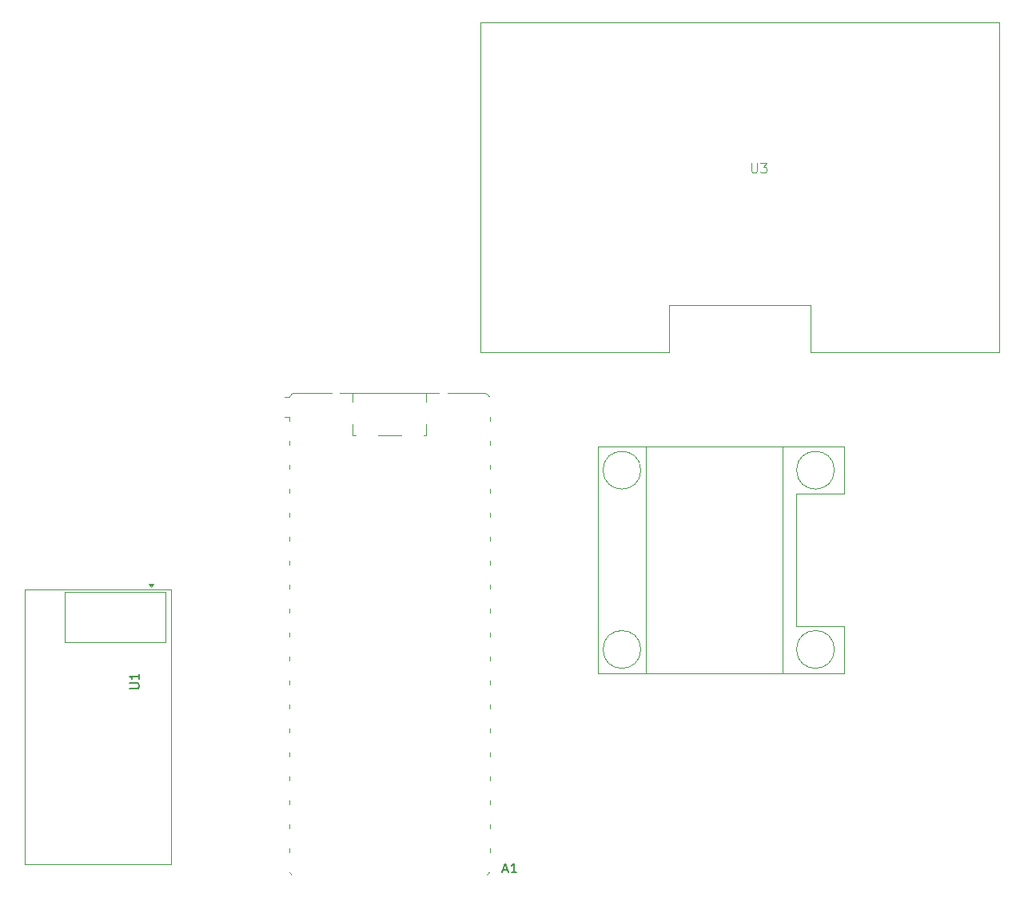
<source format=gbr>
G04 #@! TF.GenerationSoftware,KiCad,Pcbnew,9.0.1*
G04 #@! TF.CreationDate,2025-06-01T14:07:22-05:00*
G04 #@! TF.ProjectId,NUEVO_NODO,4e554556-4f5f-44e4-9f44-4f2e6b696361,rev?*
G04 #@! TF.SameCoordinates,Original*
G04 #@! TF.FileFunction,Legend,Top*
G04 #@! TF.FilePolarity,Positive*
%FSLAX46Y46*%
G04 Gerber Fmt 4.6, Leading zero omitted, Abs format (unit mm)*
G04 Created by KiCad (PCBNEW 9.0.1) date 2025-06-01 14:07:22*
%MOMM*%
%LPD*%
G01*
G04 APERTURE LIST*
%ADD10C,0.150000*%
%ADD11C,0.100000*%
%ADD12C,0.120000*%
G04 APERTURE END LIST*
D10*
X114226660Y-136484104D02*
X114702850Y-136484104D01*
X114131422Y-136769819D02*
X114464755Y-135769819D01*
X114464755Y-135769819D02*
X114798088Y-136769819D01*
X115655231Y-136769819D02*
X115083803Y-136769819D01*
X115369517Y-136769819D02*
X115369517Y-135769819D01*
X115369517Y-135769819D02*
X115274279Y-135912676D01*
X115274279Y-135912676D02*
X115179041Y-136007914D01*
X115179041Y-136007914D02*
X115083803Y-136055533D01*
X74649819Y-117271904D02*
X75459342Y-117271904D01*
X75459342Y-117271904D02*
X75554580Y-117224285D01*
X75554580Y-117224285D02*
X75602200Y-117176666D01*
X75602200Y-117176666D02*
X75649819Y-117081428D01*
X75649819Y-117081428D02*
X75649819Y-116890952D01*
X75649819Y-116890952D02*
X75602200Y-116795714D01*
X75602200Y-116795714D02*
X75554580Y-116748095D01*
X75554580Y-116748095D02*
X75459342Y-116700476D01*
X75459342Y-116700476D02*
X74649819Y-116700476D01*
X75649819Y-115700476D02*
X75649819Y-116271904D01*
X75649819Y-115986190D02*
X74649819Y-115986190D01*
X74649819Y-115986190D02*
X74792676Y-116081428D01*
X74792676Y-116081428D02*
X74887914Y-116176666D01*
X74887914Y-116176666D02*
X74935533Y-116271904D01*
D11*
X140538095Y-61577419D02*
X140538095Y-62386942D01*
X140538095Y-62386942D02*
X140585714Y-62482180D01*
X140585714Y-62482180D02*
X140633333Y-62529800D01*
X140633333Y-62529800D02*
X140728571Y-62577419D01*
X140728571Y-62577419D02*
X140919047Y-62577419D01*
X140919047Y-62577419D02*
X141014285Y-62529800D01*
X141014285Y-62529800D02*
X141061904Y-62482180D01*
X141061904Y-62482180D02*
X141109523Y-62386942D01*
X141109523Y-62386942D02*
X141109523Y-61577419D01*
X141490476Y-61577419D02*
X142109523Y-61577419D01*
X142109523Y-61577419D02*
X141776190Y-61958371D01*
X141776190Y-61958371D02*
X141919047Y-61958371D01*
X141919047Y-61958371D02*
X142014285Y-62005990D01*
X142014285Y-62005990D02*
X142061904Y-62053609D01*
X142061904Y-62053609D02*
X142109523Y-62148847D01*
X142109523Y-62148847D02*
X142109523Y-62386942D01*
X142109523Y-62386942D02*
X142061904Y-62482180D01*
X142061904Y-62482180D02*
X142014285Y-62529800D01*
X142014285Y-62529800D02*
X141919047Y-62577419D01*
X141919047Y-62577419D02*
X141633333Y-62577419D01*
X141633333Y-62577419D02*
X141538095Y-62529800D01*
X141538095Y-62529800D02*
X141490476Y-62482180D01*
D12*
X91580000Y-88480000D02*
X91100000Y-88480000D01*
X91580000Y-88480000D02*
X91580000Y-88900000D01*
X91580000Y-91020000D02*
X91580000Y-91440000D01*
X91580000Y-93560000D02*
X91580000Y-93980000D01*
X91580000Y-96100000D02*
X91580000Y-96520000D01*
X91580000Y-98640000D02*
X91580000Y-99060000D01*
X91580000Y-101180000D02*
X91580000Y-101600000D01*
X91580000Y-103720000D02*
X91580000Y-104140000D01*
X91580000Y-106260000D02*
X91580000Y-106680000D01*
X91580000Y-108800000D02*
X91580000Y-109220000D01*
X91580000Y-111340000D02*
X91580000Y-111760000D01*
X91580000Y-113880000D02*
X91580000Y-114300000D01*
X91580000Y-116420000D02*
X91580000Y-116840000D01*
X91580000Y-118960000D02*
X91580000Y-119380000D01*
X91580000Y-121500000D02*
X91580000Y-121920000D01*
X91580000Y-124040000D02*
X91580000Y-124460000D01*
X91580000Y-126580000D02*
X91580000Y-127000000D01*
X91580000Y-129120000D02*
X91580000Y-129540000D01*
X91580000Y-131660000D02*
X91580000Y-132080000D01*
X91580000Y-134200000D02*
X91580000Y-134620000D01*
X91610324Y-86360000D02*
X91100000Y-86360000D01*
X92190000Y-85940000D02*
X94680000Y-85940000D01*
X94680000Y-85940000D02*
X96027940Y-85940000D01*
X96952061Y-85940000D02*
X97955000Y-85940000D01*
X97955000Y-85940000D02*
X106425000Y-85940000D01*
X98290000Y-85940000D02*
X98290000Y-86856000D01*
X98290000Y-89244000D02*
X98290000Y-90460000D01*
X98290000Y-90460000D02*
X98586090Y-90460000D01*
X100943910Y-90460000D02*
X103436090Y-90460000D01*
X105793910Y-90460000D02*
X106090000Y-90460000D01*
X106090000Y-85940000D02*
X106090000Y-86856000D01*
X106090000Y-89244000D02*
X106090000Y-90460000D01*
X106425000Y-85940000D02*
X107427939Y-85940000D01*
X108352061Y-85940000D02*
X109700000Y-85940000D01*
X112190000Y-85940000D02*
X109700000Y-85940000D01*
X112800000Y-88480000D02*
X112800000Y-88900000D01*
X112800000Y-91020000D02*
X112800000Y-91440000D01*
X112800000Y-93560000D02*
X112800000Y-93980000D01*
X112800000Y-96100000D02*
X112800000Y-96520000D01*
X112800000Y-98640000D02*
X112800000Y-99060000D01*
X112800000Y-101180000D02*
X112800000Y-101600000D01*
X112800000Y-103720000D02*
X112800000Y-104140000D01*
X112800000Y-106260000D02*
X112800000Y-106680000D01*
X112800000Y-108800000D02*
X112800000Y-109220000D01*
X112800000Y-111340000D02*
X112800000Y-111760000D01*
X112800000Y-113880000D02*
X112800000Y-114300000D01*
X112800000Y-116420000D02*
X112800000Y-116840000D01*
X112800000Y-118960000D02*
X112800000Y-119380000D01*
X112800000Y-121500000D02*
X112800000Y-121920000D01*
X112800000Y-124040000D02*
X112800000Y-124460000D01*
X112800000Y-126580000D02*
X112800000Y-127000000D01*
X112800000Y-129120000D02*
X112800000Y-129540000D01*
X112800000Y-131660000D02*
X112800000Y-132080000D01*
X112800000Y-134200000D02*
X112800000Y-134620000D01*
X91610324Y-86360000D02*
G75*
G02*
X92190000Y-85940000I579692J-190051D01*
G01*
X91826682Y-137040000D02*
G75*
G02*
X91610324Y-136739937I363328J490008D01*
G01*
X112190000Y-85940000D02*
G75*
G02*
X112769676Y-86360063I0J-610000D01*
G01*
X112769676Y-136739937D02*
G75*
G02*
X112553335Y-137040022I-579476J189737D01*
G01*
X63575000Y-106730500D02*
X79025000Y-106730500D01*
X63575000Y-135930500D02*
X63575000Y-106730500D01*
X67781000Y-107060500D02*
X67781000Y-107060500D01*
X67781000Y-107060500D02*
X78449000Y-107060500D01*
X67781000Y-112394500D02*
X67781000Y-107060500D01*
X78449000Y-107060500D02*
X78449000Y-107060500D01*
X78449000Y-107060500D02*
X78449000Y-112394500D01*
X78449000Y-112394500D02*
X67781000Y-112394500D01*
X79025000Y-106730500D02*
X79025000Y-106730500D01*
X79025000Y-106730500D02*
X79025000Y-135930500D01*
X79025000Y-135930500D02*
X63575000Y-135930500D01*
X76925000Y-106530500D02*
X76685000Y-106194500D01*
X77165000Y-106194500D01*
X76925000Y-106530500D01*
G36*
X76925000Y-106530500D02*
G01*
X76685000Y-106194500D01*
X77165000Y-106194500D01*
X76925000Y-106530500D01*
G37*
D11*
X111800000Y-46620000D02*
X111800000Y-81620000D01*
X131800000Y-76620000D02*
X146800000Y-76620000D01*
X131800000Y-81620000D02*
X111800000Y-81620000D01*
X131800000Y-81620000D02*
X131800000Y-76620000D01*
X146800000Y-76620000D02*
X146800000Y-81620000D01*
X146800000Y-81620000D02*
X166800000Y-81620000D01*
X166800000Y-46620000D02*
X111800000Y-46620000D01*
X166800000Y-81620000D02*
X166800000Y-46620000D01*
X124300000Y-91620000D02*
X150300000Y-91620000D01*
X124300000Y-115620000D02*
X124300000Y-91620000D01*
X124300000Y-115620000D02*
X150300000Y-115620000D01*
X129300000Y-115620000D02*
X129300000Y-91620000D01*
X143800000Y-115620000D02*
X143800000Y-91620000D01*
X145300000Y-96620000D02*
X145300000Y-110620000D01*
X150300000Y-91620000D02*
X150300000Y-96620000D01*
X150300000Y-96620000D02*
X145300000Y-96620000D01*
X150300000Y-110620000D02*
X145300000Y-110620000D01*
X150300000Y-115620000D02*
X150300000Y-110620000D01*
X128800000Y-94120000D02*
G75*
G02*
X124800000Y-94120000I-2000000J0D01*
G01*
X124800000Y-94120000D02*
G75*
G02*
X128800000Y-94120000I2000000J0D01*
G01*
X128800000Y-113120000D02*
G75*
G02*
X124800000Y-113120000I-2000000J0D01*
G01*
X124800000Y-113120000D02*
G75*
G02*
X128800000Y-113120000I2000000J0D01*
G01*
X149300000Y-94120000D02*
G75*
G02*
X145300000Y-94120000I-2000000J0D01*
G01*
X145300000Y-94120000D02*
G75*
G02*
X149300000Y-94120000I2000000J0D01*
G01*
X149300000Y-113120000D02*
G75*
G02*
X145300000Y-113120000I-2000000J0D01*
G01*
X145300000Y-113120000D02*
G75*
G02*
X149300000Y-113120000I2000000J0D01*
G01*
M02*

</source>
